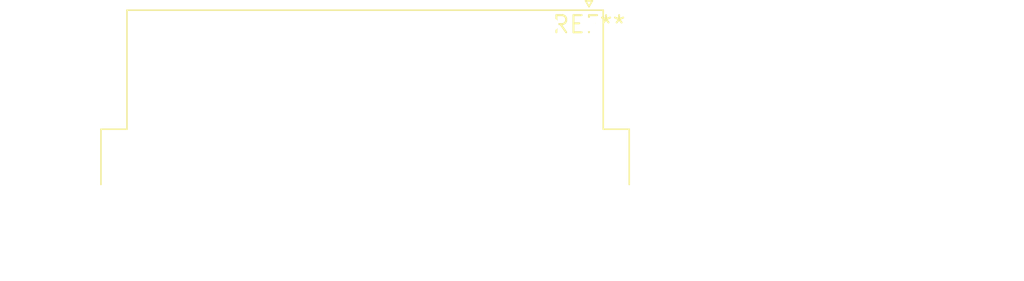
<source format=kicad_pcb>
(kicad_pcb (version 20240108) (generator pcbnew)
  (layers (0 "F.Cu" signal) (31 "B.Cu" signal) (34 "B.Paste" user) (35 "F.Paste" user) (36 "B.SilkS" user "B.Silkscreen") (37 "F.SilkS" user "F.Silkscreen") (38 "B.Mask" user) (39 "F.Mask" user) (44 "Edge.Cuts" user))
  (net 0 "")
  (footprint "DSUB-25_Female_Horizontal_P2.77x2.54mm_EdgePinOffset9.40mm" (layer "F.Cu") (at 0 0)
    (property "Reference" "REF**")
    (property "Value" "DSUB-25_Female_Horizontal_P2.77x2.54mm_EdgePinOffset9.40mm")
    (fp_line (start -36.23 7.78) (end -34.3 7.78) (layer "F.SilkS") (stroke (width 0.12)))
    (fp_line (start -36.23 11.88) (end -36.23 7.78) (layer "F.SilkS") (stroke (width 0.12)))
    (fp_line (start -34.3 -1.06) (end 1.06 -1.06) (layer "F.SilkS") (stroke (width 0.12)))
    (fp_line (start -34.3 7.78) (end -34.3 -1.06) (layer "F.SilkS") (stroke (width 0.12)))
    (fp_line (start -0.25 -1.754338) (end 0.25 -1.754338) (layer "F.SilkS") (stroke (width 0.12)))
    (fp_line (start 0 -1.321325) (end -0.25 -1.754338) (layer "F.SilkS") (stroke (width 0.12)))
    (fp_line (start 0.25 -1.754338) (end 0 -1.321325) (layer "F.SilkS") (stroke (width 0.12)))
    (fp_line (start 1.06 -1.06) (end 1.06 7.78) (layer "F.SilkS") (stroke (width 0.12)))
    (fp_line (start 1.06 7.78) (end 2.99 7.78) (layer "F.SilkS") (stroke (width 0.12)))
    (fp_line (start 2.99 7.78) (end 2.99 11.88) (layer "F.SilkS") (stroke (width 0.12)))
    (pad "1" thru_hole rect (at 0 0) (size 1.6 1.6) (drill 1) (layers *.Cu *.Mask) (remove_unused_layers))
    (pad "2" thru_hole circle (at -2.77 0) (size 1.6 1.6) (drill 1) (layers *.Cu *.Mask) (remove_unused_layers))
    (pad "3" thru_hole circle (at -5.54 0) (size 1.6 1.6) (drill 1) (layers *.Cu *.Mask) (remove_unused_layers))
    (pad "4" thru_hole circle (at -8.31 0) (size 1.6 1.6) (drill 1) (layers *.Cu *.Mask) (remove_unused_layers))
    (pad "5" thru_hole circle (at -11.08 0) (size 1.6 1.6) (drill 1) (layers *.Cu *.Mask) (remove_unused_layers))
    (pad "6" thru_hole circle (at -13.85 0) (size 1.6 1.6) (drill 1) (layers *.Cu *.Mask) (remove_unused_layers))
    (pad "7" thru_hole circle (at -16.62 0) (size 1.6 1.6) (drill 1) (layers *.Cu *.Mask) (remove_unused_layers))
    (pad "8" thru_hole circle (at -19.39 0) (size 1.6 1.6) (drill 1) (layers *.Cu *.Mask) (remove_unused_layers))
    (pad "9" thru_hole circle (at -22.16 0) (size 1.6 1.6) (drill 1) (layers *.Cu *.Mask) (remove_unused_layers))
    (pad "10" thru_hole circle (at -24.93 0) (size 1.6 1.6) (drill 1) (layers *.Cu *.Mask) (remove_unused_layers))
    (pad "11" thru_hole circle (at -27.7 0) (size 1.6 1.6) (drill 1) (layers *.Cu *.Mask) (remove_unused_layers))
    (pad "12" thru_hole circle (at -30.47 0) (size 1.6 1.6) (drill 1) (layers *.Cu *.Mask) (remove_unused_layers))
    (pad "13" thru_hole circle (at -33.24 0) (size 1.6 1.6) (drill 1) (layers *.Cu *.Mask) (remove_unused_layers))
    (pad "14" thru_hole circle (at -1.385 2.54) (size 1.6 1.6) (drill 1) (layers *.Cu *.Mask) (remove_unused_layers))
    (pad "15" thru_hole circle (at -4.155 2.54) (size 1.6 1.6) (drill 1) (layers *.Cu *.Mask) (remove_unused_layers))
    (pad "16" thru_hole circle (at -6.925 2.54) (size 1.6 1.6) (drill 1) (layers *.Cu *.Mask) (remove_unused_layers))
    (pad "17" thru_hole circle (at -9.695 2.54) (size 1.6 1.6) (drill 1) (layers *.Cu *.Mask) (remove_unused_layers))
    (pad "18" thru_hole circle (at -12.465 2.54) (size 1.6 1.6) (drill 1) (layers *.Cu *.Mask) (remove_unused_layers))
    (pad "19" thru_hole circle (at -15.235 2.54) (size 1.6 1.6) (drill 1) (layers *.Cu *.Mask) (remove_unused_layers))
    (pad "20" thru_hole circle (at -18.005 2.54) (size 1.6 1.6) (drill 1) (layers *.Cu *.Mask) (remove_unused_layers))
    (pad "21" thru_hole circle (at -20.775 2.54) (size 1.6 1.6) (drill 1) (layers *.Cu *.Mask) (remove_unused_layers))
    (pad "22" thru_hole circle (at -23.545 2.54) (size 1.6 1.6) (drill 1) (layers *.Cu *.Mask) (remove_unused_layers))
    (pad "23" thru_hole circle (at -26.315 2.54) (size 1.6 1.6) (drill 1) (layers *.Cu *.Mask) (remove_unused_layers))
    (pad "24" thru_hole circle (at -29.085 2.54) (size 1.6 1.6) (drill 1) (layers *.Cu *.Mask) (remove_unused_layers))
    (pad "25" thru_hole circle (at -31.855 2.54) (size 1.6 1.6) (drill 1) (layers *.Cu *.Mask) (remove_unused_layers))
  )
)
</source>
